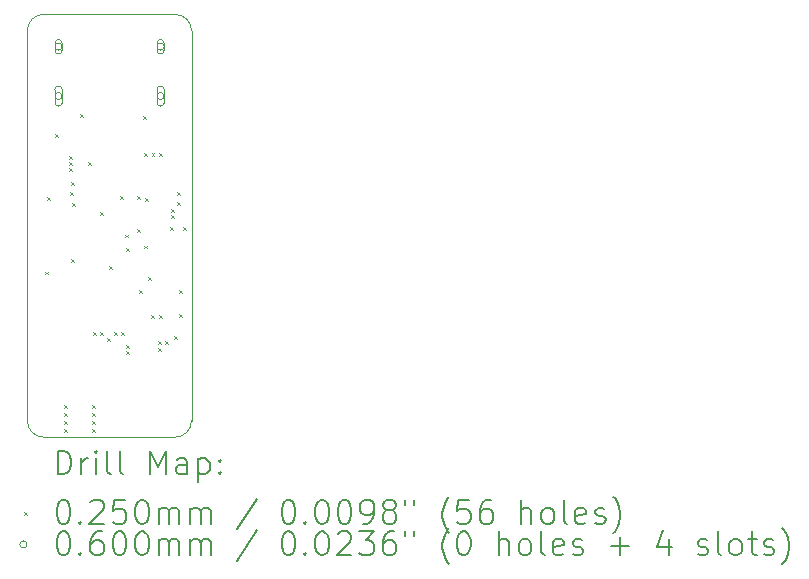
<source format=gbr>
%TF.GenerationSoftware,KiCad,Pcbnew,8.0.1*%
%TF.CreationDate,2024-08-06T23:31:21+08:00*%
%TF.ProjectId,ST-Link-V2.1,53542d4c-696e-46b2-9d56-322e312e6b69,rev?*%
%TF.SameCoordinates,Original*%
%TF.FileFunction,Drillmap*%
%TF.FilePolarity,Positive*%
%FSLAX45Y45*%
G04 Gerber Fmt 4.5, Leading zero omitted, Abs format (unit mm)*
G04 Created by KiCad (PCBNEW 8.0.1) date 2024-08-06 23:31:21*
%MOMM*%
%LPD*%
G01*
G04 APERTURE LIST*
%ADD10C,0.050000*%
%ADD11C,0.200000*%
%ADD12C,0.100000*%
G04 APERTURE END LIST*
D10*
X5350000Y-6890000D02*
X6461005Y-6890000D01*
X5210000Y-3450000D02*
X5210000Y-6750000D01*
X6461005Y-3310000D02*
X5350000Y-3310000D01*
X6601005Y-6750000D02*
X6601005Y-3450000D01*
X5350000Y-6890000D02*
G75*
G02*
X5210000Y-6750000I0J140000D01*
G01*
X5210000Y-3450000D02*
G75*
G02*
X5350000Y-3310000I140000J0D01*
G01*
X6461005Y-3310000D02*
G75*
G02*
X6601005Y-3450000I0J-140000D01*
G01*
X6601005Y-6750000D02*
G75*
G02*
X6461005Y-6890000I-140000J0D01*
G01*
D11*
D12*
X5359000Y-5487500D02*
X5384000Y-5512500D01*
X5384000Y-5487500D02*
X5359000Y-5512500D01*
X5377500Y-4857500D02*
X5402500Y-4882500D01*
X5402500Y-4857500D02*
X5377500Y-4882500D01*
X5449000Y-4325000D02*
X5474000Y-4350000D01*
X5474000Y-4325000D02*
X5449000Y-4350000D01*
X5519000Y-6617500D02*
X5544000Y-6642500D01*
X5544000Y-6617500D02*
X5519000Y-6642500D01*
X5519000Y-6684167D02*
X5544000Y-6709167D01*
X5544000Y-6684167D02*
X5519000Y-6709167D01*
X5519000Y-6750833D02*
X5544000Y-6775833D01*
X5544000Y-6750833D02*
X5519000Y-6775833D01*
X5519000Y-6817500D02*
X5544000Y-6842500D01*
X5544000Y-6817500D02*
X5519000Y-6842500D01*
X5567500Y-4507500D02*
X5592500Y-4532500D01*
X5592500Y-4507500D02*
X5567500Y-4532500D01*
X5567500Y-4557500D02*
X5592500Y-4582500D01*
X5592500Y-4557500D02*
X5567500Y-4582500D01*
X5567500Y-4607500D02*
X5592500Y-4632500D01*
X5592500Y-4607500D02*
X5567500Y-4632500D01*
X5569000Y-4817500D02*
X5594000Y-4842500D01*
X5594000Y-4817500D02*
X5569000Y-4842500D01*
X5579000Y-4727500D02*
X5604000Y-4752500D01*
X5604000Y-4727500D02*
X5579000Y-4752500D01*
X5583092Y-5378505D02*
X5608092Y-5403505D01*
X5608092Y-5378505D02*
X5583092Y-5403505D01*
X5590250Y-4909672D02*
X5615250Y-4934672D01*
X5615250Y-4909672D02*
X5590250Y-4934672D01*
X5659000Y-4157500D02*
X5684000Y-4182500D01*
X5684000Y-4157500D02*
X5659000Y-4182500D01*
X5727500Y-4557500D02*
X5752500Y-4582500D01*
X5752500Y-4557500D02*
X5727500Y-4582500D01*
X5759000Y-6617500D02*
X5784000Y-6642500D01*
X5784000Y-6617500D02*
X5759000Y-6642500D01*
X5759000Y-6684167D02*
X5784000Y-6709167D01*
X5784000Y-6684167D02*
X5759000Y-6709167D01*
X5759000Y-6750833D02*
X5784000Y-6775833D01*
X5784000Y-6750833D02*
X5759000Y-6775833D01*
X5759000Y-6817500D02*
X5784000Y-6842500D01*
X5784000Y-6817500D02*
X5759000Y-6842500D01*
X5767500Y-5997500D02*
X5792500Y-6022500D01*
X5792500Y-5997500D02*
X5767500Y-6022500D01*
X5827500Y-5997500D02*
X5852500Y-6022500D01*
X5852500Y-5997500D02*
X5827500Y-6022500D01*
X5829000Y-4987500D02*
X5854000Y-5012500D01*
X5854000Y-4987500D02*
X5829000Y-5012500D01*
X5889000Y-6047500D02*
X5914000Y-6072500D01*
X5914000Y-6047500D02*
X5889000Y-6072500D01*
X5899000Y-5437500D02*
X5924000Y-5462500D01*
X5924000Y-5437500D02*
X5899000Y-5462500D01*
X5947500Y-5997500D02*
X5972500Y-6022500D01*
X5972500Y-5997500D02*
X5947500Y-6022500D01*
X5998053Y-4845015D02*
X6023053Y-4870015D01*
X6023053Y-4845015D02*
X5998053Y-4870015D01*
X6007500Y-5997500D02*
X6032500Y-6022500D01*
X6032500Y-5997500D02*
X6007500Y-6022500D01*
X6041188Y-5174218D02*
X6066188Y-5199218D01*
X6066188Y-5174218D02*
X6041188Y-5199218D01*
X6049000Y-5287500D02*
X6074000Y-5312500D01*
X6074000Y-5287500D02*
X6049000Y-5312500D01*
X6049000Y-6107500D02*
X6074000Y-6132500D01*
X6074000Y-6107500D02*
X6049000Y-6132500D01*
X6049000Y-6157500D02*
X6074000Y-6182500D01*
X6074000Y-6157500D02*
X6049000Y-6182500D01*
X6139000Y-4847500D02*
X6164000Y-4872500D01*
X6164000Y-4847500D02*
X6139000Y-4872500D01*
X6139000Y-5127500D02*
X6164000Y-5152500D01*
X6164000Y-5127500D02*
X6139000Y-5152500D01*
X6155201Y-5647984D02*
X6180201Y-5672984D01*
X6180201Y-5647984D02*
X6155201Y-5672984D01*
X6187500Y-4167500D02*
X6212500Y-4192500D01*
X6212500Y-4167500D02*
X6187500Y-4192500D01*
X6195667Y-4487500D02*
X6220667Y-4512500D01*
X6220667Y-4487500D02*
X6195667Y-4512500D01*
X6199000Y-5267500D02*
X6224000Y-5292500D01*
X6224000Y-5267500D02*
X6199000Y-5292500D01*
X6209000Y-4867500D02*
X6234000Y-4892500D01*
X6234000Y-4867500D02*
X6209000Y-4892500D01*
X6229000Y-5537500D02*
X6254000Y-5562500D01*
X6254000Y-5537500D02*
X6229000Y-5562500D01*
X6257500Y-5857500D02*
X6282500Y-5882500D01*
X6282500Y-5857500D02*
X6257500Y-5882500D01*
X6262333Y-4487500D02*
X6287333Y-4512500D01*
X6287333Y-4487500D02*
X6262333Y-4512500D01*
X6317500Y-6077500D02*
X6342500Y-6102500D01*
X6342500Y-6077500D02*
X6317500Y-6102500D01*
X6317500Y-6137500D02*
X6342500Y-6162500D01*
X6342500Y-6137500D02*
X6317500Y-6162500D01*
X6327500Y-5857500D02*
X6352500Y-5882500D01*
X6352500Y-5857500D02*
X6327500Y-5882500D01*
X6329000Y-4487500D02*
X6354000Y-4512500D01*
X6354000Y-4487500D02*
X6329000Y-4512500D01*
X6377500Y-6077500D02*
X6402500Y-6102500D01*
X6402500Y-6077500D02*
X6377500Y-6102500D01*
X6416500Y-5114550D02*
X6441500Y-5139550D01*
X6441500Y-5114550D02*
X6416500Y-5139550D01*
X6429000Y-4957500D02*
X6454000Y-4982500D01*
X6454000Y-4957500D02*
X6429000Y-4982500D01*
X6429000Y-5007500D02*
X6454000Y-5032500D01*
X6454000Y-5007500D02*
X6429000Y-5032500D01*
X6449000Y-6037500D02*
X6474000Y-6062500D01*
X6474000Y-6037500D02*
X6449000Y-6062500D01*
X6479000Y-4817500D02*
X6504000Y-4842500D01*
X6504000Y-4817500D02*
X6479000Y-4842500D01*
X6479000Y-4902500D02*
X6504000Y-4927500D01*
X6504000Y-4902500D02*
X6479000Y-4927500D01*
X6497500Y-5847500D02*
X6522500Y-5872500D01*
X6522500Y-5847500D02*
X6497500Y-5872500D01*
X6499000Y-5647500D02*
X6524000Y-5672500D01*
X6524000Y-5647500D02*
X6499000Y-5672500D01*
X6529000Y-5107500D02*
X6554000Y-5132500D01*
X6554000Y-5107500D02*
X6529000Y-5132500D01*
X5504500Y-3584000D02*
G75*
G02*
X5444500Y-3584000I-30000J0D01*
G01*
X5444500Y-3584000D02*
G75*
G02*
X5504500Y-3584000I30000J0D01*
G01*
X5504500Y-3614000D02*
X5504500Y-3554000D01*
X5444500Y-3554000D02*
G75*
G02*
X5504500Y-3554000I30000J0D01*
G01*
X5444500Y-3554000D02*
X5444500Y-3614000D01*
X5444500Y-3614000D02*
G75*
G03*
X5504500Y-3614000I30000J0D01*
G01*
X5504500Y-4002000D02*
G75*
G02*
X5444500Y-4002000I-30000J0D01*
G01*
X5444500Y-4002000D02*
G75*
G02*
X5504500Y-4002000I30000J0D01*
G01*
X5504500Y-4057000D02*
X5504500Y-3947000D01*
X5444500Y-3947000D02*
G75*
G02*
X5504500Y-3947000I30000J0D01*
G01*
X5444500Y-3947000D02*
X5444500Y-4057000D01*
X5444500Y-4057000D02*
G75*
G03*
X5504500Y-4057000I30000J0D01*
G01*
X6368500Y-3584000D02*
G75*
G02*
X6308500Y-3584000I-30000J0D01*
G01*
X6308500Y-3584000D02*
G75*
G02*
X6368500Y-3584000I30000J0D01*
G01*
X6368500Y-3614000D02*
X6368500Y-3554000D01*
X6308500Y-3554000D02*
G75*
G02*
X6368500Y-3554000I30000J0D01*
G01*
X6308500Y-3554000D02*
X6308500Y-3614000D01*
X6308500Y-3614000D02*
G75*
G03*
X6368500Y-3614000I30000J0D01*
G01*
X6368500Y-4002000D02*
G75*
G02*
X6308500Y-4002000I-30000J0D01*
G01*
X6308500Y-4002000D02*
G75*
G02*
X6368500Y-4002000I30000J0D01*
G01*
X6368500Y-4057000D02*
X6368500Y-3947000D01*
X6308500Y-3947000D02*
G75*
G02*
X6368500Y-3947000I30000J0D01*
G01*
X6308500Y-3947000D02*
X6308500Y-4057000D01*
X6308500Y-4057000D02*
G75*
G03*
X6368500Y-4057000I30000J0D01*
G01*
D11*
X5468277Y-7203984D02*
X5468277Y-7003984D01*
X5468277Y-7003984D02*
X5515896Y-7003984D01*
X5515896Y-7003984D02*
X5544467Y-7013508D01*
X5544467Y-7013508D02*
X5563515Y-7032555D01*
X5563515Y-7032555D02*
X5573039Y-7051603D01*
X5573039Y-7051603D02*
X5582563Y-7089698D01*
X5582563Y-7089698D02*
X5582563Y-7118269D01*
X5582563Y-7118269D02*
X5573039Y-7156365D01*
X5573039Y-7156365D02*
X5563515Y-7175412D01*
X5563515Y-7175412D02*
X5544467Y-7194460D01*
X5544467Y-7194460D02*
X5515896Y-7203984D01*
X5515896Y-7203984D02*
X5468277Y-7203984D01*
X5668277Y-7203984D02*
X5668277Y-7070650D01*
X5668277Y-7108746D02*
X5677801Y-7089698D01*
X5677801Y-7089698D02*
X5687324Y-7080174D01*
X5687324Y-7080174D02*
X5706372Y-7070650D01*
X5706372Y-7070650D02*
X5725420Y-7070650D01*
X5792086Y-7203984D02*
X5792086Y-7070650D01*
X5792086Y-7003984D02*
X5782562Y-7013508D01*
X5782562Y-7013508D02*
X5792086Y-7023031D01*
X5792086Y-7023031D02*
X5801610Y-7013508D01*
X5801610Y-7013508D02*
X5792086Y-7003984D01*
X5792086Y-7003984D02*
X5792086Y-7023031D01*
X5915896Y-7203984D02*
X5896848Y-7194460D01*
X5896848Y-7194460D02*
X5887324Y-7175412D01*
X5887324Y-7175412D02*
X5887324Y-7003984D01*
X6020658Y-7203984D02*
X6001610Y-7194460D01*
X6001610Y-7194460D02*
X5992086Y-7175412D01*
X5992086Y-7175412D02*
X5992086Y-7003984D01*
X6249229Y-7203984D02*
X6249229Y-7003984D01*
X6249229Y-7003984D02*
X6315896Y-7146841D01*
X6315896Y-7146841D02*
X6382562Y-7003984D01*
X6382562Y-7003984D02*
X6382562Y-7203984D01*
X6563515Y-7203984D02*
X6563515Y-7099222D01*
X6563515Y-7099222D02*
X6553991Y-7080174D01*
X6553991Y-7080174D02*
X6534943Y-7070650D01*
X6534943Y-7070650D02*
X6496848Y-7070650D01*
X6496848Y-7070650D02*
X6477801Y-7080174D01*
X6563515Y-7194460D02*
X6544467Y-7203984D01*
X6544467Y-7203984D02*
X6496848Y-7203984D01*
X6496848Y-7203984D02*
X6477801Y-7194460D01*
X6477801Y-7194460D02*
X6468277Y-7175412D01*
X6468277Y-7175412D02*
X6468277Y-7156365D01*
X6468277Y-7156365D02*
X6477801Y-7137317D01*
X6477801Y-7137317D02*
X6496848Y-7127793D01*
X6496848Y-7127793D02*
X6544467Y-7127793D01*
X6544467Y-7127793D02*
X6563515Y-7118269D01*
X6658753Y-7070650D02*
X6658753Y-7270650D01*
X6658753Y-7080174D02*
X6677801Y-7070650D01*
X6677801Y-7070650D02*
X6715896Y-7070650D01*
X6715896Y-7070650D02*
X6734943Y-7080174D01*
X6734943Y-7080174D02*
X6744467Y-7089698D01*
X6744467Y-7089698D02*
X6753991Y-7108746D01*
X6753991Y-7108746D02*
X6753991Y-7165888D01*
X6753991Y-7165888D02*
X6744467Y-7184936D01*
X6744467Y-7184936D02*
X6734943Y-7194460D01*
X6734943Y-7194460D02*
X6715896Y-7203984D01*
X6715896Y-7203984D02*
X6677801Y-7203984D01*
X6677801Y-7203984D02*
X6658753Y-7194460D01*
X6839705Y-7184936D02*
X6849229Y-7194460D01*
X6849229Y-7194460D02*
X6839705Y-7203984D01*
X6839705Y-7203984D02*
X6830182Y-7194460D01*
X6830182Y-7194460D02*
X6839705Y-7184936D01*
X6839705Y-7184936D02*
X6839705Y-7203984D01*
X6839705Y-7080174D02*
X6849229Y-7089698D01*
X6849229Y-7089698D02*
X6839705Y-7099222D01*
X6839705Y-7099222D02*
X6830182Y-7089698D01*
X6830182Y-7089698D02*
X6839705Y-7080174D01*
X6839705Y-7080174D02*
X6839705Y-7099222D01*
D12*
X5182500Y-7520000D02*
X5207500Y-7545000D01*
X5207500Y-7520000D02*
X5182500Y-7545000D01*
D11*
X5506372Y-7423984D02*
X5525420Y-7423984D01*
X5525420Y-7423984D02*
X5544467Y-7433508D01*
X5544467Y-7433508D02*
X5553991Y-7443031D01*
X5553991Y-7443031D02*
X5563515Y-7462079D01*
X5563515Y-7462079D02*
X5573039Y-7500174D01*
X5573039Y-7500174D02*
X5573039Y-7547793D01*
X5573039Y-7547793D02*
X5563515Y-7585888D01*
X5563515Y-7585888D02*
X5553991Y-7604936D01*
X5553991Y-7604936D02*
X5544467Y-7614460D01*
X5544467Y-7614460D02*
X5525420Y-7623984D01*
X5525420Y-7623984D02*
X5506372Y-7623984D01*
X5506372Y-7623984D02*
X5487324Y-7614460D01*
X5487324Y-7614460D02*
X5477801Y-7604936D01*
X5477801Y-7604936D02*
X5468277Y-7585888D01*
X5468277Y-7585888D02*
X5458753Y-7547793D01*
X5458753Y-7547793D02*
X5458753Y-7500174D01*
X5458753Y-7500174D02*
X5468277Y-7462079D01*
X5468277Y-7462079D02*
X5477801Y-7443031D01*
X5477801Y-7443031D02*
X5487324Y-7433508D01*
X5487324Y-7433508D02*
X5506372Y-7423984D01*
X5658753Y-7604936D02*
X5668277Y-7614460D01*
X5668277Y-7614460D02*
X5658753Y-7623984D01*
X5658753Y-7623984D02*
X5649229Y-7614460D01*
X5649229Y-7614460D02*
X5658753Y-7604936D01*
X5658753Y-7604936D02*
X5658753Y-7623984D01*
X5744467Y-7443031D02*
X5753991Y-7433508D01*
X5753991Y-7433508D02*
X5773039Y-7423984D01*
X5773039Y-7423984D02*
X5820658Y-7423984D01*
X5820658Y-7423984D02*
X5839705Y-7433508D01*
X5839705Y-7433508D02*
X5849229Y-7443031D01*
X5849229Y-7443031D02*
X5858753Y-7462079D01*
X5858753Y-7462079D02*
X5858753Y-7481127D01*
X5858753Y-7481127D02*
X5849229Y-7509698D01*
X5849229Y-7509698D02*
X5734943Y-7623984D01*
X5734943Y-7623984D02*
X5858753Y-7623984D01*
X6039705Y-7423984D02*
X5944467Y-7423984D01*
X5944467Y-7423984D02*
X5934943Y-7519222D01*
X5934943Y-7519222D02*
X5944467Y-7509698D01*
X5944467Y-7509698D02*
X5963515Y-7500174D01*
X5963515Y-7500174D02*
X6011134Y-7500174D01*
X6011134Y-7500174D02*
X6030182Y-7509698D01*
X6030182Y-7509698D02*
X6039705Y-7519222D01*
X6039705Y-7519222D02*
X6049229Y-7538269D01*
X6049229Y-7538269D02*
X6049229Y-7585888D01*
X6049229Y-7585888D02*
X6039705Y-7604936D01*
X6039705Y-7604936D02*
X6030182Y-7614460D01*
X6030182Y-7614460D02*
X6011134Y-7623984D01*
X6011134Y-7623984D02*
X5963515Y-7623984D01*
X5963515Y-7623984D02*
X5944467Y-7614460D01*
X5944467Y-7614460D02*
X5934943Y-7604936D01*
X6173039Y-7423984D02*
X6192086Y-7423984D01*
X6192086Y-7423984D02*
X6211134Y-7433508D01*
X6211134Y-7433508D02*
X6220658Y-7443031D01*
X6220658Y-7443031D02*
X6230182Y-7462079D01*
X6230182Y-7462079D02*
X6239705Y-7500174D01*
X6239705Y-7500174D02*
X6239705Y-7547793D01*
X6239705Y-7547793D02*
X6230182Y-7585888D01*
X6230182Y-7585888D02*
X6220658Y-7604936D01*
X6220658Y-7604936D02*
X6211134Y-7614460D01*
X6211134Y-7614460D02*
X6192086Y-7623984D01*
X6192086Y-7623984D02*
X6173039Y-7623984D01*
X6173039Y-7623984D02*
X6153991Y-7614460D01*
X6153991Y-7614460D02*
X6144467Y-7604936D01*
X6144467Y-7604936D02*
X6134943Y-7585888D01*
X6134943Y-7585888D02*
X6125420Y-7547793D01*
X6125420Y-7547793D02*
X6125420Y-7500174D01*
X6125420Y-7500174D02*
X6134943Y-7462079D01*
X6134943Y-7462079D02*
X6144467Y-7443031D01*
X6144467Y-7443031D02*
X6153991Y-7433508D01*
X6153991Y-7433508D02*
X6173039Y-7423984D01*
X6325420Y-7623984D02*
X6325420Y-7490650D01*
X6325420Y-7509698D02*
X6334943Y-7500174D01*
X6334943Y-7500174D02*
X6353991Y-7490650D01*
X6353991Y-7490650D02*
X6382563Y-7490650D01*
X6382563Y-7490650D02*
X6401610Y-7500174D01*
X6401610Y-7500174D02*
X6411134Y-7519222D01*
X6411134Y-7519222D02*
X6411134Y-7623984D01*
X6411134Y-7519222D02*
X6420658Y-7500174D01*
X6420658Y-7500174D02*
X6439705Y-7490650D01*
X6439705Y-7490650D02*
X6468277Y-7490650D01*
X6468277Y-7490650D02*
X6487324Y-7500174D01*
X6487324Y-7500174D02*
X6496848Y-7519222D01*
X6496848Y-7519222D02*
X6496848Y-7623984D01*
X6592086Y-7623984D02*
X6592086Y-7490650D01*
X6592086Y-7509698D02*
X6601610Y-7500174D01*
X6601610Y-7500174D02*
X6620658Y-7490650D01*
X6620658Y-7490650D02*
X6649229Y-7490650D01*
X6649229Y-7490650D02*
X6668277Y-7500174D01*
X6668277Y-7500174D02*
X6677801Y-7519222D01*
X6677801Y-7519222D02*
X6677801Y-7623984D01*
X6677801Y-7519222D02*
X6687324Y-7500174D01*
X6687324Y-7500174D02*
X6706372Y-7490650D01*
X6706372Y-7490650D02*
X6734943Y-7490650D01*
X6734943Y-7490650D02*
X6753991Y-7500174D01*
X6753991Y-7500174D02*
X6763515Y-7519222D01*
X6763515Y-7519222D02*
X6763515Y-7623984D01*
X7153991Y-7414460D02*
X6982563Y-7671603D01*
X7411134Y-7423984D02*
X7430182Y-7423984D01*
X7430182Y-7423984D02*
X7449229Y-7433508D01*
X7449229Y-7433508D02*
X7458753Y-7443031D01*
X7458753Y-7443031D02*
X7468277Y-7462079D01*
X7468277Y-7462079D02*
X7477801Y-7500174D01*
X7477801Y-7500174D02*
X7477801Y-7547793D01*
X7477801Y-7547793D02*
X7468277Y-7585888D01*
X7468277Y-7585888D02*
X7458753Y-7604936D01*
X7458753Y-7604936D02*
X7449229Y-7614460D01*
X7449229Y-7614460D02*
X7430182Y-7623984D01*
X7430182Y-7623984D02*
X7411134Y-7623984D01*
X7411134Y-7623984D02*
X7392086Y-7614460D01*
X7392086Y-7614460D02*
X7382563Y-7604936D01*
X7382563Y-7604936D02*
X7373039Y-7585888D01*
X7373039Y-7585888D02*
X7363515Y-7547793D01*
X7363515Y-7547793D02*
X7363515Y-7500174D01*
X7363515Y-7500174D02*
X7373039Y-7462079D01*
X7373039Y-7462079D02*
X7382563Y-7443031D01*
X7382563Y-7443031D02*
X7392086Y-7433508D01*
X7392086Y-7433508D02*
X7411134Y-7423984D01*
X7563515Y-7604936D02*
X7573039Y-7614460D01*
X7573039Y-7614460D02*
X7563515Y-7623984D01*
X7563515Y-7623984D02*
X7553991Y-7614460D01*
X7553991Y-7614460D02*
X7563515Y-7604936D01*
X7563515Y-7604936D02*
X7563515Y-7623984D01*
X7696848Y-7423984D02*
X7715896Y-7423984D01*
X7715896Y-7423984D02*
X7734944Y-7433508D01*
X7734944Y-7433508D02*
X7744467Y-7443031D01*
X7744467Y-7443031D02*
X7753991Y-7462079D01*
X7753991Y-7462079D02*
X7763515Y-7500174D01*
X7763515Y-7500174D02*
X7763515Y-7547793D01*
X7763515Y-7547793D02*
X7753991Y-7585888D01*
X7753991Y-7585888D02*
X7744467Y-7604936D01*
X7744467Y-7604936D02*
X7734944Y-7614460D01*
X7734944Y-7614460D02*
X7715896Y-7623984D01*
X7715896Y-7623984D02*
X7696848Y-7623984D01*
X7696848Y-7623984D02*
X7677801Y-7614460D01*
X7677801Y-7614460D02*
X7668277Y-7604936D01*
X7668277Y-7604936D02*
X7658753Y-7585888D01*
X7658753Y-7585888D02*
X7649229Y-7547793D01*
X7649229Y-7547793D02*
X7649229Y-7500174D01*
X7649229Y-7500174D02*
X7658753Y-7462079D01*
X7658753Y-7462079D02*
X7668277Y-7443031D01*
X7668277Y-7443031D02*
X7677801Y-7433508D01*
X7677801Y-7433508D02*
X7696848Y-7423984D01*
X7887325Y-7423984D02*
X7906372Y-7423984D01*
X7906372Y-7423984D02*
X7925420Y-7433508D01*
X7925420Y-7433508D02*
X7934944Y-7443031D01*
X7934944Y-7443031D02*
X7944467Y-7462079D01*
X7944467Y-7462079D02*
X7953991Y-7500174D01*
X7953991Y-7500174D02*
X7953991Y-7547793D01*
X7953991Y-7547793D02*
X7944467Y-7585888D01*
X7944467Y-7585888D02*
X7934944Y-7604936D01*
X7934944Y-7604936D02*
X7925420Y-7614460D01*
X7925420Y-7614460D02*
X7906372Y-7623984D01*
X7906372Y-7623984D02*
X7887325Y-7623984D01*
X7887325Y-7623984D02*
X7868277Y-7614460D01*
X7868277Y-7614460D02*
X7858753Y-7604936D01*
X7858753Y-7604936D02*
X7849229Y-7585888D01*
X7849229Y-7585888D02*
X7839706Y-7547793D01*
X7839706Y-7547793D02*
X7839706Y-7500174D01*
X7839706Y-7500174D02*
X7849229Y-7462079D01*
X7849229Y-7462079D02*
X7858753Y-7443031D01*
X7858753Y-7443031D02*
X7868277Y-7433508D01*
X7868277Y-7433508D02*
X7887325Y-7423984D01*
X8049229Y-7623984D02*
X8087325Y-7623984D01*
X8087325Y-7623984D02*
X8106372Y-7614460D01*
X8106372Y-7614460D02*
X8115896Y-7604936D01*
X8115896Y-7604936D02*
X8134944Y-7576365D01*
X8134944Y-7576365D02*
X8144467Y-7538269D01*
X8144467Y-7538269D02*
X8144467Y-7462079D01*
X8144467Y-7462079D02*
X8134944Y-7443031D01*
X8134944Y-7443031D02*
X8125420Y-7433508D01*
X8125420Y-7433508D02*
X8106372Y-7423984D01*
X8106372Y-7423984D02*
X8068277Y-7423984D01*
X8068277Y-7423984D02*
X8049229Y-7433508D01*
X8049229Y-7433508D02*
X8039706Y-7443031D01*
X8039706Y-7443031D02*
X8030182Y-7462079D01*
X8030182Y-7462079D02*
X8030182Y-7509698D01*
X8030182Y-7509698D02*
X8039706Y-7528746D01*
X8039706Y-7528746D02*
X8049229Y-7538269D01*
X8049229Y-7538269D02*
X8068277Y-7547793D01*
X8068277Y-7547793D02*
X8106372Y-7547793D01*
X8106372Y-7547793D02*
X8125420Y-7538269D01*
X8125420Y-7538269D02*
X8134944Y-7528746D01*
X8134944Y-7528746D02*
X8144467Y-7509698D01*
X8258753Y-7509698D02*
X8239706Y-7500174D01*
X8239706Y-7500174D02*
X8230182Y-7490650D01*
X8230182Y-7490650D02*
X8220658Y-7471603D01*
X8220658Y-7471603D02*
X8220658Y-7462079D01*
X8220658Y-7462079D02*
X8230182Y-7443031D01*
X8230182Y-7443031D02*
X8239706Y-7433508D01*
X8239706Y-7433508D02*
X8258753Y-7423984D01*
X8258753Y-7423984D02*
X8296848Y-7423984D01*
X8296848Y-7423984D02*
X8315896Y-7433508D01*
X8315896Y-7433508D02*
X8325420Y-7443031D01*
X8325420Y-7443031D02*
X8334944Y-7462079D01*
X8334944Y-7462079D02*
X8334944Y-7471603D01*
X8334944Y-7471603D02*
X8325420Y-7490650D01*
X8325420Y-7490650D02*
X8315896Y-7500174D01*
X8315896Y-7500174D02*
X8296848Y-7509698D01*
X8296848Y-7509698D02*
X8258753Y-7509698D01*
X8258753Y-7509698D02*
X8239706Y-7519222D01*
X8239706Y-7519222D02*
X8230182Y-7528746D01*
X8230182Y-7528746D02*
X8220658Y-7547793D01*
X8220658Y-7547793D02*
X8220658Y-7585888D01*
X8220658Y-7585888D02*
X8230182Y-7604936D01*
X8230182Y-7604936D02*
X8239706Y-7614460D01*
X8239706Y-7614460D02*
X8258753Y-7623984D01*
X8258753Y-7623984D02*
X8296848Y-7623984D01*
X8296848Y-7623984D02*
X8315896Y-7614460D01*
X8315896Y-7614460D02*
X8325420Y-7604936D01*
X8325420Y-7604936D02*
X8334944Y-7585888D01*
X8334944Y-7585888D02*
X8334944Y-7547793D01*
X8334944Y-7547793D02*
X8325420Y-7528746D01*
X8325420Y-7528746D02*
X8315896Y-7519222D01*
X8315896Y-7519222D02*
X8296848Y-7509698D01*
X8411134Y-7423984D02*
X8411134Y-7462079D01*
X8487325Y-7423984D02*
X8487325Y-7462079D01*
X8782563Y-7700174D02*
X8773039Y-7690650D01*
X8773039Y-7690650D02*
X8753991Y-7662079D01*
X8753991Y-7662079D02*
X8744468Y-7643031D01*
X8744468Y-7643031D02*
X8734944Y-7614460D01*
X8734944Y-7614460D02*
X8725420Y-7566841D01*
X8725420Y-7566841D02*
X8725420Y-7528746D01*
X8725420Y-7528746D02*
X8734944Y-7481127D01*
X8734944Y-7481127D02*
X8744468Y-7452555D01*
X8744468Y-7452555D02*
X8753991Y-7433508D01*
X8753991Y-7433508D02*
X8773039Y-7404936D01*
X8773039Y-7404936D02*
X8782563Y-7395412D01*
X8953991Y-7423984D02*
X8858753Y-7423984D01*
X8858753Y-7423984D02*
X8849230Y-7519222D01*
X8849230Y-7519222D02*
X8858753Y-7509698D01*
X8858753Y-7509698D02*
X8877801Y-7500174D01*
X8877801Y-7500174D02*
X8925420Y-7500174D01*
X8925420Y-7500174D02*
X8944468Y-7509698D01*
X8944468Y-7509698D02*
X8953991Y-7519222D01*
X8953991Y-7519222D02*
X8963515Y-7538269D01*
X8963515Y-7538269D02*
X8963515Y-7585888D01*
X8963515Y-7585888D02*
X8953991Y-7604936D01*
X8953991Y-7604936D02*
X8944468Y-7614460D01*
X8944468Y-7614460D02*
X8925420Y-7623984D01*
X8925420Y-7623984D02*
X8877801Y-7623984D01*
X8877801Y-7623984D02*
X8858753Y-7614460D01*
X8858753Y-7614460D02*
X8849230Y-7604936D01*
X9134944Y-7423984D02*
X9096849Y-7423984D01*
X9096849Y-7423984D02*
X9077801Y-7433508D01*
X9077801Y-7433508D02*
X9068277Y-7443031D01*
X9068277Y-7443031D02*
X9049230Y-7471603D01*
X9049230Y-7471603D02*
X9039706Y-7509698D01*
X9039706Y-7509698D02*
X9039706Y-7585888D01*
X9039706Y-7585888D02*
X9049230Y-7604936D01*
X9049230Y-7604936D02*
X9058753Y-7614460D01*
X9058753Y-7614460D02*
X9077801Y-7623984D01*
X9077801Y-7623984D02*
X9115896Y-7623984D01*
X9115896Y-7623984D02*
X9134944Y-7614460D01*
X9134944Y-7614460D02*
X9144468Y-7604936D01*
X9144468Y-7604936D02*
X9153991Y-7585888D01*
X9153991Y-7585888D02*
X9153991Y-7538269D01*
X9153991Y-7538269D02*
X9144468Y-7519222D01*
X9144468Y-7519222D02*
X9134944Y-7509698D01*
X9134944Y-7509698D02*
X9115896Y-7500174D01*
X9115896Y-7500174D02*
X9077801Y-7500174D01*
X9077801Y-7500174D02*
X9058753Y-7509698D01*
X9058753Y-7509698D02*
X9049230Y-7519222D01*
X9049230Y-7519222D02*
X9039706Y-7538269D01*
X9392087Y-7623984D02*
X9392087Y-7423984D01*
X9477801Y-7623984D02*
X9477801Y-7519222D01*
X9477801Y-7519222D02*
X9468277Y-7500174D01*
X9468277Y-7500174D02*
X9449230Y-7490650D01*
X9449230Y-7490650D02*
X9420658Y-7490650D01*
X9420658Y-7490650D02*
X9401611Y-7500174D01*
X9401611Y-7500174D02*
X9392087Y-7509698D01*
X9601611Y-7623984D02*
X9582563Y-7614460D01*
X9582563Y-7614460D02*
X9573039Y-7604936D01*
X9573039Y-7604936D02*
X9563515Y-7585888D01*
X9563515Y-7585888D02*
X9563515Y-7528746D01*
X9563515Y-7528746D02*
X9573039Y-7509698D01*
X9573039Y-7509698D02*
X9582563Y-7500174D01*
X9582563Y-7500174D02*
X9601611Y-7490650D01*
X9601611Y-7490650D02*
X9630182Y-7490650D01*
X9630182Y-7490650D02*
X9649230Y-7500174D01*
X9649230Y-7500174D02*
X9658753Y-7509698D01*
X9658753Y-7509698D02*
X9668277Y-7528746D01*
X9668277Y-7528746D02*
X9668277Y-7585888D01*
X9668277Y-7585888D02*
X9658753Y-7604936D01*
X9658753Y-7604936D02*
X9649230Y-7614460D01*
X9649230Y-7614460D02*
X9630182Y-7623984D01*
X9630182Y-7623984D02*
X9601611Y-7623984D01*
X9782563Y-7623984D02*
X9763515Y-7614460D01*
X9763515Y-7614460D02*
X9753992Y-7595412D01*
X9753992Y-7595412D02*
X9753992Y-7423984D01*
X9934944Y-7614460D02*
X9915896Y-7623984D01*
X9915896Y-7623984D02*
X9877801Y-7623984D01*
X9877801Y-7623984D02*
X9858753Y-7614460D01*
X9858753Y-7614460D02*
X9849230Y-7595412D01*
X9849230Y-7595412D02*
X9849230Y-7519222D01*
X9849230Y-7519222D02*
X9858753Y-7500174D01*
X9858753Y-7500174D02*
X9877801Y-7490650D01*
X9877801Y-7490650D02*
X9915896Y-7490650D01*
X9915896Y-7490650D02*
X9934944Y-7500174D01*
X9934944Y-7500174D02*
X9944468Y-7519222D01*
X9944468Y-7519222D02*
X9944468Y-7538269D01*
X9944468Y-7538269D02*
X9849230Y-7557317D01*
X10020658Y-7614460D02*
X10039706Y-7623984D01*
X10039706Y-7623984D02*
X10077801Y-7623984D01*
X10077801Y-7623984D02*
X10096849Y-7614460D01*
X10096849Y-7614460D02*
X10106373Y-7595412D01*
X10106373Y-7595412D02*
X10106373Y-7585888D01*
X10106373Y-7585888D02*
X10096849Y-7566841D01*
X10096849Y-7566841D02*
X10077801Y-7557317D01*
X10077801Y-7557317D02*
X10049230Y-7557317D01*
X10049230Y-7557317D02*
X10030182Y-7547793D01*
X10030182Y-7547793D02*
X10020658Y-7528746D01*
X10020658Y-7528746D02*
X10020658Y-7519222D01*
X10020658Y-7519222D02*
X10030182Y-7500174D01*
X10030182Y-7500174D02*
X10049230Y-7490650D01*
X10049230Y-7490650D02*
X10077801Y-7490650D01*
X10077801Y-7490650D02*
X10096849Y-7500174D01*
X10173039Y-7700174D02*
X10182563Y-7690650D01*
X10182563Y-7690650D02*
X10201611Y-7662079D01*
X10201611Y-7662079D02*
X10211134Y-7643031D01*
X10211134Y-7643031D02*
X10220658Y-7614460D01*
X10220658Y-7614460D02*
X10230182Y-7566841D01*
X10230182Y-7566841D02*
X10230182Y-7528746D01*
X10230182Y-7528746D02*
X10220658Y-7481127D01*
X10220658Y-7481127D02*
X10211134Y-7452555D01*
X10211134Y-7452555D02*
X10201611Y-7433508D01*
X10201611Y-7433508D02*
X10182563Y-7404936D01*
X10182563Y-7404936D02*
X10173039Y-7395412D01*
D12*
X5207500Y-7796500D02*
G75*
G02*
X5147500Y-7796500I-30000J0D01*
G01*
X5147500Y-7796500D02*
G75*
G02*
X5207500Y-7796500I30000J0D01*
G01*
D11*
X5506372Y-7687984D02*
X5525420Y-7687984D01*
X5525420Y-7687984D02*
X5544467Y-7697508D01*
X5544467Y-7697508D02*
X5553991Y-7707031D01*
X5553991Y-7707031D02*
X5563515Y-7726079D01*
X5563515Y-7726079D02*
X5573039Y-7764174D01*
X5573039Y-7764174D02*
X5573039Y-7811793D01*
X5573039Y-7811793D02*
X5563515Y-7849888D01*
X5563515Y-7849888D02*
X5553991Y-7868936D01*
X5553991Y-7868936D02*
X5544467Y-7878460D01*
X5544467Y-7878460D02*
X5525420Y-7887984D01*
X5525420Y-7887984D02*
X5506372Y-7887984D01*
X5506372Y-7887984D02*
X5487324Y-7878460D01*
X5487324Y-7878460D02*
X5477801Y-7868936D01*
X5477801Y-7868936D02*
X5468277Y-7849888D01*
X5468277Y-7849888D02*
X5458753Y-7811793D01*
X5458753Y-7811793D02*
X5458753Y-7764174D01*
X5458753Y-7764174D02*
X5468277Y-7726079D01*
X5468277Y-7726079D02*
X5477801Y-7707031D01*
X5477801Y-7707031D02*
X5487324Y-7697508D01*
X5487324Y-7697508D02*
X5506372Y-7687984D01*
X5658753Y-7868936D02*
X5668277Y-7878460D01*
X5668277Y-7878460D02*
X5658753Y-7887984D01*
X5658753Y-7887984D02*
X5649229Y-7878460D01*
X5649229Y-7878460D02*
X5658753Y-7868936D01*
X5658753Y-7868936D02*
X5658753Y-7887984D01*
X5839705Y-7687984D02*
X5801610Y-7687984D01*
X5801610Y-7687984D02*
X5782562Y-7697508D01*
X5782562Y-7697508D02*
X5773039Y-7707031D01*
X5773039Y-7707031D02*
X5753991Y-7735603D01*
X5753991Y-7735603D02*
X5744467Y-7773698D01*
X5744467Y-7773698D02*
X5744467Y-7849888D01*
X5744467Y-7849888D02*
X5753991Y-7868936D01*
X5753991Y-7868936D02*
X5763515Y-7878460D01*
X5763515Y-7878460D02*
X5782562Y-7887984D01*
X5782562Y-7887984D02*
X5820658Y-7887984D01*
X5820658Y-7887984D02*
X5839705Y-7878460D01*
X5839705Y-7878460D02*
X5849229Y-7868936D01*
X5849229Y-7868936D02*
X5858753Y-7849888D01*
X5858753Y-7849888D02*
X5858753Y-7802269D01*
X5858753Y-7802269D02*
X5849229Y-7783222D01*
X5849229Y-7783222D02*
X5839705Y-7773698D01*
X5839705Y-7773698D02*
X5820658Y-7764174D01*
X5820658Y-7764174D02*
X5782562Y-7764174D01*
X5782562Y-7764174D02*
X5763515Y-7773698D01*
X5763515Y-7773698D02*
X5753991Y-7783222D01*
X5753991Y-7783222D02*
X5744467Y-7802269D01*
X5982562Y-7687984D02*
X6001610Y-7687984D01*
X6001610Y-7687984D02*
X6020658Y-7697508D01*
X6020658Y-7697508D02*
X6030182Y-7707031D01*
X6030182Y-7707031D02*
X6039705Y-7726079D01*
X6039705Y-7726079D02*
X6049229Y-7764174D01*
X6049229Y-7764174D02*
X6049229Y-7811793D01*
X6049229Y-7811793D02*
X6039705Y-7849888D01*
X6039705Y-7849888D02*
X6030182Y-7868936D01*
X6030182Y-7868936D02*
X6020658Y-7878460D01*
X6020658Y-7878460D02*
X6001610Y-7887984D01*
X6001610Y-7887984D02*
X5982562Y-7887984D01*
X5982562Y-7887984D02*
X5963515Y-7878460D01*
X5963515Y-7878460D02*
X5953991Y-7868936D01*
X5953991Y-7868936D02*
X5944467Y-7849888D01*
X5944467Y-7849888D02*
X5934943Y-7811793D01*
X5934943Y-7811793D02*
X5934943Y-7764174D01*
X5934943Y-7764174D02*
X5944467Y-7726079D01*
X5944467Y-7726079D02*
X5953991Y-7707031D01*
X5953991Y-7707031D02*
X5963515Y-7697508D01*
X5963515Y-7697508D02*
X5982562Y-7687984D01*
X6173039Y-7687984D02*
X6192086Y-7687984D01*
X6192086Y-7687984D02*
X6211134Y-7697508D01*
X6211134Y-7697508D02*
X6220658Y-7707031D01*
X6220658Y-7707031D02*
X6230182Y-7726079D01*
X6230182Y-7726079D02*
X6239705Y-7764174D01*
X6239705Y-7764174D02*
X6239705Y-7811793D01*
X6239705Y-7811793D02*
X6230182Y-7849888D01*
X6230182Y-7849888D02*
X6220658Y-7868936D01*
X6220658Y-7868936D02*
X6211134Y-7878460D01*
X6211134Y-7878460D02*
X6192086Y-7887984D01*
X6192086Y-7887984D02*
X6173039Y-7887984D01*
X6173039Y-7887984D02*
X6153991Y-7878460D01*
X6153991Y-7878460D02*
X6144467Y-7868936D01*
X6144467Y-7868936D02*
X6134943Y-7849888D01*
X6134943Y-7849888D02*
X6125420Y-7811793D01*
X6125420Y-7811793D02*
X6125420Y-7764174D01*
X6125420Y-7764174D02*
X6134943Y-7726079D01*
X6134943Y-7726079D02*
X6144467Y-7707031D01*
X6144467Y-7707031D02*
X6153991Y-7697508D01*
X6153991Y-7697508D02*
X6173039Y-7687984D01*
X6325420Y-7887984D02*
X6325420Y-7754650D01*
X6325420Y-7773698D02*
X6334943Y-7764174D01*
X6334943Y-7764174D02*
X6353991Y-7754650D01*
X6353991Y-7754650D02*
X6382563Y-7754650D01*
X6382563Y-7754650D02*
X6401610Y-7764174D01*
X6401610Y-7764174D02*
X6411134Y-7783222D01*
X6411134Y-7783222D02*
X6411134Y-7887984D01*
X6411134Y-7783222D02*
X6420658Y-7764174D01*
X6420658Y-7764174D02*
X6439705Y-7754650D01*
X6439705Y-7754650D02*
X6468277Y-7754650D01*
X6468277Y-7754650D02*
X6487324Y-7764174D01*
X6487324Y-7764174D02*
X6496848Y-7783222D01*
X6496848Y-7783222D02*
X6496848Y-7887984D01*
X6592086Y-7887984D02*
X6592086Y-7754650D01*
X6592086Y-7773698D02*
X6601610Y-7764174D01*
X6601610Y-7764174D02*
X6620658Y-7754650D01*
X6620658Y-7754650D02*
X6649229Y-7754650D01*
X6649229Y-7754650D02*
X6668277Y-7764174D01*
X6668277Y-7764174D02*
X6677801Y-7783222D01*
X6677801Y-7783222D02*
X6677801Y-7887984D01*
X6677801Y-7783222D02*
X6687324Y-7764174D01*
X6687324Y-7764174D02*
X6706372Y-7754650D01*
X6706372Y-7754650D02*
X6734943Y-7754650D01*
X6734943Y-7754650D02*
X6753991Y-7764174D01*
X6753991Y-7764174D02*
X6763515Y-7783222D01*
X6763515Y-7783222D02*
X6763515Y-7887984D01*
X7153991Y-7678460D02*
X6982563Y-7935603D01*
X7411134Y-7687984D02*
X7430182Y-7687984D01*
X7430182Y-7687984D02*
X7449229Y-7697508D01*
X7449229Y-7697508D02*
X7458753Y-7707031D01*
X7458753Y-7707031D02*
X7468277Y-7726079D01*
X7468277Y-7726079D02*
X7477801Y-7764174D01*
X7477801Y-7764174D02*
X7477801Y-7811793D01*
X7477801Y-7811793D02*
X7468277Y-7849888D01*
X7468277Y-7849888D02*
X7458753Y-7868936D01*
X7458753Y-7868936D02*
X7449229Y-7878460D01*
X7449229Y-7878460D02*
X7430182Y-7887984D01*
X7430182Y-7887984D02*
X7411134Y-7887984D01*
X7411134Y-7887984D02*
X7392086Y-7878460D01*
X7392086Y-7878460D02*
X7382563Y-7868936D01*
X7382563Y-7868936D02*
X7373039Y-7849888D01*
X7373039Y-7849888D02*
X7363515Y-7811793D01*
X7363515Y-7811793D02*
X7363515Y-7764174D01*
X7363515Y-7764174D02*
X7373039Y-7726079D01*
X7373039Y-7726079D02*
X7382563Y-7707031D01*
X7382563Y-7707031D02*
X7392086Y-7697508D01*
X7392086Y-7697508D02*
X7411134Y-7687984D01*
X7563515Y-7868936D02*
X7573039Y-7878460D01*
X7573039Y-7878460D02*
X7563515Y-7887984D01*
X7563515Y-7887984D02*
X7553991Y-7878460D01*
X7553991Y-7878460D02*
X7563515Y-7868936D01*
X7563515Y-7868936D02*
X7563515Y-7887984D01*
X7696848Y-7687984D02*
X7715896Y-7687984D01*
X7715896Y-7687984D02*
X7734944Y-7697508D01*
X7734944Y-7697508D02*
X7744467Y-7707031D01*
X7744467Y-7707031D02*
X7753991Y-7726079D01*
X7753991Y-7726079D02*
X7763515Y-7764174D01*
X7763515Y-7764174D02*
X7763515Y-7811793D01*
X7763515Y-7811793D02*
X7753991Y-7849888D01*
X7753991Y-7849888D02*
X7744467Y-7868936D01*
X7744467Y-7868936D02*
X7734944Y-7878460D01*
X7734944Y-7878460D02*
X7715896Y-7887984D01*
X7715896Y-7887984D02*
X7696848Y-7887984D01*
X7696848Y-7887984D02*
X7677801Y-7878460D01*
X7677801Y-7878460D02*
X7668277Y-7868936D01*
X7668277Y-7868936D02*
X7658753Y-7849888D01*
X7658753Y-7849888D02*
X7649229Y-7811793D01*
X7649229Y-7811793D02*
X7649229Y-7764174D01*
X7649229Y-7764174D02*
X7658753Y-7726079D01*
X7658753Y-7726079D02*
X7668277Y-7707031D01*
X7668277Y-7707031D02*
X7677801Y-7697508D01*
X7677801Y-7697508D02*
X7696848Y-7687984D01*
X7839706Y-7707031D02*
X7849229Y-7697508D01*
X7849229Y-7697508D02*
X7868277Y-7687984D01*
X7868277Y-7687984D02*
X7915896Y-7687984D01*
X7915896Y-7687984D02*
X7934944Y-7697508D01*
X7934944Y-7697508D02*
X7944467Y-7707031D01*
X7944467Y-7707031D02*
X7953991Y-7726079D01*
X7953991Y-7726079D02*
X7953991Y-7745127D01*
X7953991Y-7745127D02*
X7944467Y-7773698D01*
X7944467Y-7773698D02*
X7830182Y-7887984D01*
X7830182Y-7887984D02*
X7953991Y-7887984D01*
X8020658Y-7687984D02*
X8144467Y-7687984D01*
X8144467Y-7687984D02*
X8077801Y-7764174D01*
X8077801Y-7764174D02*
X8106372Y-7764174D01*
X8106372Y-7764174D02*
X8125420Y-7773698D01*
X8125420Y-7773698D02*
X8134944Y-7783222D01*
X8134944Y-7783222D02*
X8144467Y-7802269D01*
X8144467Y-7802269D02*
X8144467Y-7849888D01*
X8144467Y-7849888D02*
X8134944Y-7868936D01*
X8134944Y-7868936D02*
X8125420Y-7878460D01*
X8125420Y-7878460D02*
X8106372Y-7887984D01*
X8106372Y-7887984D02*
X8049229Y-7887984D01*
X8049229Y-7887984D02*
X8030182Y-7878460D01*
X8030182Y-7878460D02*
X8020658Y-7868936D01*
X8315896Y-7687984D02*
X8277801Y-7687984D01*
X8277801Y-7687984D02*
X8258753Y-7697508D01*
X8258753Y-7697508D02*
X8249229Y-7707031D01*
X8249229Y-7707031D02*
X8230182Y-7735603D01*
X8230182Y-7735603D02*
X8220658Y-7773698D01*
X8220658Y-7773698D02*
X8220658Y-7849888D01*
X8220658Y-7849888D02*
X8230182Y-7868936D01*
X8230182Y-7868936D02*
X8239706Y-7878460D01*
X8239706Y-7878460D02*
X8258753Y-7887984D01*
X8258753Y-7887984D02*
X8296848Y-7887984D01*
X8296848Y-7887984D02*
X8315896Y-7878460D01*
X8315896Y-7878460D02*
X8325420Y-7868936D01*
X8325420Y-7868936D02*
X8334944Y-7849888D01*
X8334944Y-7849888D02*
X8334944Y-7802269D01*
X8334944Y-7802269D02*
X8325420Y-7783222D01*
X8325420Y-7783222D02*
X8315896Y-7773698D01*
X8315896Y-7773698D02*
X8296848Y-7764174D01*
X8296848Y-7764174D02*
X8258753Y-7764174D01*
X8258753Y-7764174D02*
X8239706Y-7773698D01*
X8239706Y-7773698D02*
X8230182Y-7783222D01*
X8230182Y-7783222D02*
X8220658Y-7802269D01*
X8411134Y-7687984D02*
X8411134Y-7726079D01*
X8487325Y-7687984D02*
X8487325Y-7726079D01*
X8782563Y-7964174D02*
X8773039Y-7954650D01*
X8773039Y-7954650D02*
X8753991Y-7926079D01*
X8753991Y-7926079D02*
X8744468Y-7907031D01*
X8744468Y-7907031D02*
X8734944Y-7878460D01*
X8734944Y-7878460D02*
X8725420Y-7830841D01*
X8725420Y-7830841D02*
X8725420Y-7792746D01*
X8725420Y-7792746D02*
X8734944Y-7745127D01*
X8734944Y-7745127D02*
X8744468Y-7716555D01*
X8744468Y-7716555D02*
X8753991Y-7697508D01*
X8753991Y-7697508D02*
X8773039Y-7668936D01*
X8773039Y-7668936D02*
X8782563Y-7659412D01*
X8896849Y-7687984D02*
X8915896Y-7687984D01*
X8915896Y-7687984D02*
X8934944Y-7697508D01*
X8934944Y-7697508D02*
X8944468Y-7707031D01*
X8944468Y-7707031D02*
X8953991Y-7726079D01*
X8953991Y-7726079D02*
X8963515Y-7764174D01*
X8963515Y-7764174D02*
X8963515Y-7811793D01*
X8963515Y-7811793D02*
X8953991Y-7849888D01*
X8953991Y-7849888D02*
X8944468Y-7868936D01*
X8944468Y-7868936D02*
X8934944Y-7878460D01*
X8934944Y-7878460D02*
X8915896Y-7887984D01*
X8915896Y-7887984D02*
X8896849Y-7887984D01*
X8896849Y-7887984D02*
X8877801Y-7878460D01*
X8877801Y-7878460D02*
X8868277Y-7868936D01*
X8868277Y-7868936D02*
X8858753Y-7849888D01*
X8858753Y-7849888D02*
X8849230Y-7811793D01*
X8849230Y-7811793D02*
X8849230Y-7764174D01*
X8849230Y-7764174D02*
X8858753Y-7726079D01*
X8858753Y-7726079D02*
X8868277Y-7707031D01*
X8868277Y-7707031D02*
X8877801Y-7697508D01*
X8877801Y-7697508D02*
X8896849Y-7687984D01*
X9201611Y-7887984D02*
X9201611Y-7687984D01*
X9287325Y-7887984D02*
X9287325Y-7783222D01*
X9287325Y-7783222D02*
X9277801Y-7764174D01*
X9277801Y-7764174D02*
X9258753Y-7754650D01*
X9258753Y-7754650D02*
X9230182Y-7754650D01*
X9230182Y-7754650D02*
X9211134Y-7764174D01*
X9211134Y-7764174D02*
X9201611Y-7773698D01*
X9411134Y-7887984D02*
X9392087Y-7878460D01*
X9392087Y-7878460D02*
X9382563Y-7868936D01*
X9382563Y-7868936D02*
X9373039Y-7849888D01*
X9373039Y-7849888D02*
X9373039Y-7792746D01*
X9373039Y-7792746D02*
X9382563Y-7773698D01*
X9382563Y-7773698D02*
X9392087Y-7764174D01*
X9392087Y-7764174D02*
X9411134Y-7754650D01*
X9411134Y-7754650D02*
X9439706Y-7754650D01*
X9439706Y-7754650D02*
X9458753Y-7764174D01*
X9458753Y-7764174D02*
X9468277Y-7773698D01*
X9468277Y-7773698D02*
X9477801Y-7792746D01*
X9477801Y-7792746D02*
X9477801Y-7849888D01*
X9477801Y-7849888D02*
X9468277Y-7868936D01*
X9468277Y-7868936D02*
X9458753Y-7878460D01*
X9458753Y-7878460D02*
X9439706Y-7887984D01*
X9439706Y-7887984D02*
X9411134Y-7887984D01*
X9592087Y-7887984D02*
X9573039Y-7878460D01*
X9573039Y-7878460D02*
X9563515Y-7859412D01*
X9563515Y-7859412D02*
X9563515Y-7687984D01*
X9744468Y-7878460D02*
X9725420Y-7887984D01*
X9725420Y-7887984D02*
X9687325Y-7887984D01*
X9687325Y-7887984D02*
X9668277Y-7878460D01*
X9668277Y-7878460D02*
X9658753Y-7859412D01*
X9658753Y-7859412D02*
X9658753Y-7783222D01*
X9658753Y-7783222D02*
X9668277Y-7764174D01*
X9668277Y-7764174D02*
X9687325Y-7754650D01*
X9687325Y-7754650D02*
X9725420Y-7754650D01*
X9725420Y-7754650D02*
X9744468Y-7764174D01*
X9744468Y-7764174D02*
X9753992Y-7783222D01*
X9753992Y-7783222D02*
X9753992Y-7802269D01*
X9753992Y-7802269D02*
X9658753Y-7821317D01*
X9830182Y-7878460D02*
X9849230Y-7887984D01*
X9849230Y-7887984D02*
X9887325Y-7887984D01*
X9887325Y-7887984D02*
X9906373Y-7878460D01*
X9906373Y-7878460D02*
X9915896Y-7859412D01*
X9915896Y-7859412D02*
X9915896Y-7849888D01*
X9915896Y-7849888D02*
X9906373Y-7830841D01*
X9906373Y-7830841D02*
X9887325Y-7821317D01*
X9887325Y-7821317D02*
X9858753Y-7821317D01*
X9858753Y-7821317D02*
X9839706Y-7811793D01*
X9839706Y-7811793D02*
X9830182Y-7792746D01*
X9830182Y-7792746D02*
X9830182Y-7783222D01*
X9830182Y-7783222D02*
X9839706Y-7764174D01*
X9839706Y-7764174D02*
X9858753Y-7754650D01*
X9858753Y-7754650D02*
X9887325Y-7754650D01*
X9887325Y-7754650D02*
X9906373Y-7764174D01*
X10153992Y-7811793D02*
X10306373Y-7811793D01*
X10230182Y-7887984D02*
X10230182Y-7735603D01*
X10639706Y-7754650D02*
X10639706Y-7887984D01*
X10592087Y-7678460D02*
X10544468Y-7821317D01*
X10544468Y-7821317D02*
X10668277Y-7821317D01*
X10887325Y-7878460D02*
X10906373Y-7887984D01*
X10906373Y-7887984D02*
X10944468Y-7887984D01*
X10944468Y-7887984D02*
X10963516Y-7878460D01*
X10963516Y-7878460D02*
X10973039Y-7859412D01*
X10973039Y-7859412D02*
X10973039Y-7849888D01*
X10973039Y-7849888D02*
X10963516Y-7830841D01*
X10963516Y-7830841D02*
X10944468Y-7821317D01*
X10944468Y-7821317D02*
X10915896Y-7821317D01*
X10915896Y-7821317D02*
X10896849Y-7811793D01*
X10896849Y-7811793D02*
X10887325Y-7792746D01*
X10887325Y-7792746D02*
X10887325Y-7783222D01*
X10887325Y-7783222D02*
X10896849Y-7764174D01*
X10896849Y-7764174D02*
X10915896Y-7754650D01*
X10915896Y-7754650D02*
X10944468Y-7754650D01*
X10944468Y-7754650D02*
X10963516Y-7764174D01*
X11087325Y-7887984D02*
X11068277Y-7878460D01*
X11068277Y-7878460D02*
X11058754Y-7859412D01*
X11058754Y-7859412D02*
X11058754Y-7687984D01*
X11192087Y-7887984D02*
X11173039Y-7878460D01*
X11173039Y-7878460D02*
X11163516Y-7868936D01*
X11163516Y-7868936D02*
X11153992Y-7849888D01*
X11153992Y-7849888D02*
X11153992Y-7792746D01*
X11153992Y-7792746D02*
X11163516Y-7773698D01*
X11163516Y-7773698D02*
X11173039Y-7764174D01*
X11173039Y-7764174D02*
X11192087Y-7754650D01*
X11192087Y-7754650D02*
X11220658Y-7754650D01*
X11220658Y-7754650D02*
X11239706Y-7764174D01*
X11239706Y-7764174D02*
X11249230Y-7773698D01*
X11249230Y-7773698D02*
X11258754Y-7792746D01*
X11258754Y-7792746D02*
X11258754Y-7849888D01*
X11258754Y-7849888D02*
X11249230Y-7868936D01*
X11249230Y-7868936D02*
X11239706Y-7878460D01*
X11239706Y-7878460D02*
X11220658Y-7887984D01*
X11220658Y-7887984D02*
X11192087Y-7887984D01*
X11315896Y-7754650D02*
X11392087Y-7754650D01*
X11344468Y-7687984D02*
X11344468Y-7859412D01*
X11344468Y-7859412D02*
X11353992Y-7878460D01*
X11353992Y-7878460D02*
X11373039Y-7887984D01*
X11373039Y-7887984D02*
X11392087Y-7887984D01*
X11449230Y-7878460D02*
X11468277Y-7887984D01*
X11468277Y-7887984D02*
X11506373Y-7887984D01*
X11506373Y-7887984D02*
X11525420Y-7878460D01*
X11525420Y-7878460D02*
X11534944Y-7859412D01*
X11534944Y-7859412D02*
X11534944Y-7849888D01*
X11534944Y-7849888D02*
X11525420Y-7830841D01*
X11525420Y-7830841D02*
X11506373Y-7821317D01*
X11506373Y-7821317D02*
X11477801Y-7821317D01*
X11477801Y-7821317D02*
X11458754Y-7811793D01*
X11458754Y-7811793D02*
X11449230Y-7792746D01*
X11449230Y-7792746D02*
X11449230Y-7783222D01*
X11449230Y-7783222D02*
X11458754Y-7764174D01*
X11458754Y-7764174D02*
X11477801Y-7754650D01*
X11477801Y-7754650D02*
X11506373Y-7754650D01*
X11506373Y-7754650D02*
X11525420Y-7764174D01*
X11601611Y-7964174D02*
X11611135Y-7954650D01*
X11611135Y-7954650D02*
X11630182Y-7926079D01*
X11630182Y-7926079D02*
X11639706Y-7907031D01*
X11639706Y-7907031D02*
X11649230Y-7878460D01*
X11649230Y-7878460D02*
X11658754Y-7830841D01*
X11658754Y-7830841D02*
X11658754Y-7792746D01*
X11658754Y-7792746D02*
X11649230Y-7745127D01*
X11649230Y-7745127D02*
X11639706Y-7716555D01*
X11639706Y-7716555D02*
X11630182Y-7697508D01*
X11630182Y-7697508D02*
X11611135Y-7668936D01*
X11611135Y-7668936D02*
X11601611Y-7659412D01*
M02*

</source>
